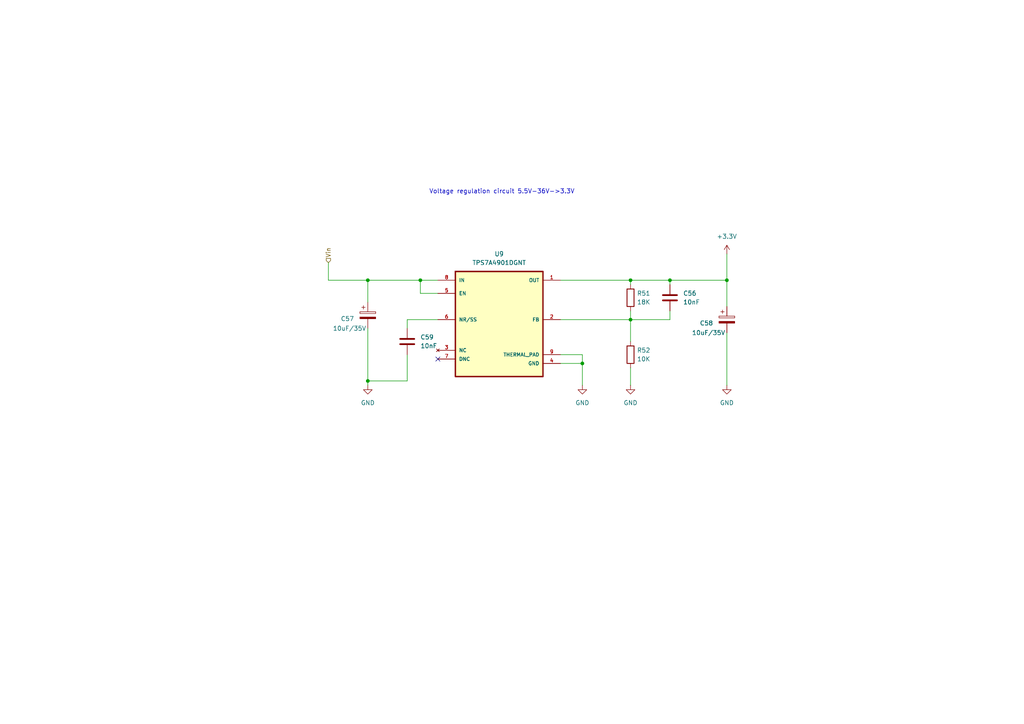
<source format=kicad_sch>
(kicad_sch (version 20231120) (generator "eeschema") (generator_version "8.0")
  (paper "A4")
  (lib_symbols
    (symbol "Device:C" (pin_numbers hide) (pin_names (offset 0.254))
      (property "Reference" "C" (at 0.635 2.54 0))
      (property "Value" "C" (at 0.635 -2.54 0))
      (symbol "C_0_1"
        (polyline (pts (xy -2.032 -0.762) (xy 2.032 -0.762)) (stroke (width 0.508)))
        (polyline (pts (xy -2.032 0.762) (xy 2.032 0.762)) (stroke (width 0.508)))
      )
      (symbol "C_1_1"
        (pin passive line (at 0 3.81 270) (length 2.794) (name "~") (number "1"))
        (pin passive line (at 0 -3.81 90) (length 2.794) (name "~") (number "2"))
      )
    )
    (symbol "Device:C_Polarized" (pin_numbers hide) (pin_names (offset 0.254))
      (property "Reference" "C" (at 0.635 2.54 0))
      (property "Value" "C_Polarized" (at 0.635 -2.54 0))
      (symbol "C_Polarized_0_1"
        (rectangle (start -2.286 0.508) (end 2.286 1.016))
        (polyline (pts (xy -1.778 2.286) (xy -0.762 2.286)))
        (polyline (pts (xy -1.27 2.794) (xy -1.27 1.778)))
        (rectangle (start 2.286 -0.508) (end -2.286 -1.016) (fill (type outline)))
      )
      (symbol "C_Polarized_1_1"
        (pin passive line (at 0 3.81 270) (length 2.794) (name "~") (number "1"))
        (pin passive line (at 0 -3.81 90) (length 2.794) (name "~") (number "2"))
      )
    )
    (symbol "Device:R" (pin_numbers hide) (pin_names (offset 0))
      (property "Reference" "R" (at 2.032 0 90))
      (property "Value" "R" (at 0 0 90))
      (symbol "R_0_1"
        (rectangle (start -1.016 -2.54) (end 1.016 2.54) (stroke (width 0.254)))
      )
      (symbol "R_1_1"
        (pin passive line (at 0 3.81 270) (length 1.27) (name "~") (number "1"))
        (pin passive line (at 0 -3.81 90) (length 1.27) (name "~") (number "2"))
      )
    )
    (symbol "GND_1" (power) (pin_numbers hide) (pin_names (offset 0) hide)
      (property "Value" "GND" (at 0 -3.81 0))
      (symbol "GND_1_0_1"
        (polyline (pts (xy 0 0) (xy 0 -1.27) (xy 1.27 -1.27) (xy 0 -2.54) (xy -1.27 -1.27) (xy 0 -1.27)))
      )
      (symbol "GND_1_1_1"
        (pin power_in line (at 0 0 270) (length 0) (name "~") (number "1"))
      )
    )
    (symbol "TPS7A4901DGNT:TPS7A4901DGNT" (pin_names (offset 1.016))
      (property "Reference" "U9" (at 0 20.32 0))
      (property "Value" "TPS7A4901DGNT" (at 0 17.78 0))
      (symbol "TPS7A4901DGNT_0_0"
        (rectangle (start -12.7 -15.24) (end 12.7 15.24) (stroke (width 0.41)) (fill (type background)))
        (pin output line (at 17.78 12.7 180) (length 5.08) (name "OUT") (number "1"))
        (pin input line (at 17.78 1.27 180) (length 5.08) (name "FB") (number "2"))
        (pin power_in line (at 17.78 -11.43 180) (length 5.08) (name "GND") (number "4"))
        (pin input line (at -17.78 8.89 0) (length 5.08) (name "EN") (number "5"))
        (pin input line (at -17.78 1.27 0) (length 5.08) (name "NR/SS") (number "6"))
        (pin bidirectional line (at -17.78 -10.16 0) (length 5.08) (name "DNC") (number "7"))
        (pin input line (at -17.78 12.7 0) (length 5.08) (name "IN") (number "8"))
        (pin bidirectional line (at 17.78 -8.89 180) (length 5.08) (name "THERMAL_PAD") (number "9"))
      )
      (symbol "TPS7A4901DGNT_1_0"
        (pin no_connect line (at -17.78 -7.62 0) (length 5.08) (name "NC") (number "3"))
      )
    )
    (symbol "power:+3.3V" (power) (pin_names (offset 0))
      (property "Value" "+3.3V" (at 0 3.556 0))
      (symbol "+3.3V_0_1"
        (polyline (pts (xy -0.762 1.27) (xy 0 2.54)))
        (polyline (pts (xy 0 0) (xy 0 2.54)))
        (polyline (pts (xy 0 2.54) (xy 0.762 1.27)))
      )
      (symbol "+3.3V_1_1"
        (pin power_in line (at 0 0 90) (length 0) hide (name "+3.3V") (number "1"))
      )
    )
  )
  (junction (at 210.82 81.28))
  (junction (at 121.92 81.28))
  (junction (at 194.31 81.28))
  (junction (at 182.88 81.28))
  (junction (at 168.91 105.41))
  (junction (at 106.68 81.28))
  (junction (at 106.68 110.49))
  (junction (at 182.88 92.71))
  (no_connect (at 127 104.14))
  (wire (pts (xy 118.11 92.71) (xy 118.11 95.25)))
  (wire (pts (xy 118.11 102.87) (xy 118.11 110.49)))
  (wire (pts (xy 162.56 81.28) (xy 182.88 81.28)))
  (wire (pts (xy 106.68 81.28) (xy 106.68 87.63)))
  (wire (pts (xy 210.82 81.28) (xy 194.31 81.28)))
  (wire (pts (xy 194.31 81.28) (xy 182.88 81.28)))
  (wire (pts (xy 182.88 92.71) (xy 182.88 99.06)))
  (wire (pts (xy 162.56 92.71) (xy 182.88 92.71)))
  (wire (pts (xy 121.92 81.28) (xy 106.68 81.28)))
  (wire (pts (xy 162.56 105.41) (xy 168.91 105.41)))
  (wire (pts (xy 194.31 82.55) (xy 194.31 81.28)))
  (wire (pts (xy 182.88 106.68) (xy 182.88 111.76)))
  (wire (pts (xy 194.31 92.71) (xy 182.88 92.71)))
  (wire (pts (xy 95.25 81.28) (xy 95.25 76.2)))
  (wire (pts (xy 106.68 95.25) (xy 106.68 110.49)))
  (wire (pts (xy 118.11 110.49) (xy 106.68 110.49)))
  (wire (pts (xy 127 81.28) (xy 121.92 81.28)))
  (wire (pts (xy 168.91 111.76) (xy 168.91 105.41)))
  (wire (pts (xy 210.82 81.28) (xy 210.82 88.9)))
  (wire (pts (xy 210.82 73.66) (xy 210.82 81.28)))
  (wire (pts (xy 194.31 90.17) (xy 194.31 92.71)))
  (wire (pts (xy 168.91 102.87) (xy 162.56 102.87)))
  (wire (pts (xy 106.68 110.49) (xy 106.68 111.76)))
  (wire (pts (xy 210.82 96.52) (xy 210.82 111.76)))
  (wire (pts (xy 168.91 102.87) (xy 168.91 105.41)))
  (wire (pts (xy 182.88 92.71) (xy 182.88 90.17)))
  (wire (pts (xy 127 92.71) (xy 118.11 92.71)))
  (wire (pts (xy 182.88 81.28) (xy 182.88 82.55)))
  (wire (pts (xy 95.25 81.28) (xy 106.68 81.28)))
  (wire (pts (xy 127 85.09) (xy 121.92 85.09)))
  (wire (pts (xy 121.92 85.09) (xy 121.92 81.28)))
  (text "Voltage regulation circuit 5.5V-36V->3.3V" (at 124.46 56.388 0) (effects (font (size 1.27 1.27)) (justify left bottom)))
  (hierarchical_label "Vin" (shape input) (at 95.25 76.2 90))
  (symbol (lib_name "GND_1") (lib_id "power:GND") (at 210.82 111.76 0) (mirror y) (unit 1)
    (property "Reference" "#PWR096" (effects (hide yes)))
    (property "Value" "GND" (at 210.82 116.84 0))
    (property "Description" "Power symbol creates a global label with name \"GND\" , ground" (effects (hide yes)))
  )
  (symbol (lib_name "GND_1") (lib_id "power:GND") (at 106.68 111.76 0) (mirror y) (unit 1)
    (property "Reference" "#PWR093" (effects (hide yes)))
    (property "Value" "GND" (at 106.68 116.84 0))
    (property "Description" "Power symbol creates a global label with name \"GND\" , ground" (effects (hide yes)))
  )
  (symbol (lib_id "Device:R") (at 182.88 86.36 0) (unit 1)
    (property "Reference" "R51" (at 186.69 85.09 0))
    (property "Value" "18K" (at 186.69 87.63 0))
    (property "Footprint" "Resistor_SMD:R_0603_1608Metric" (effects (hide yes)))
    (property "Description" "RES 18K OHM 5% 1/10W 0603" (effects (hide yes)))
    (property "DIGIKEY" "11-18KGRTR-ND" (effects (hide yes)))
    (property "DigiKey" "11-18KGRTR-ND" (effects (hide yes)))
  )
  (symbol (lib_id "Device:C") (at 194.31 86.36 0) (unit 1)
    (property "Reference" "C56" (at 198.12 85.0899 0) (effects (justify left)))
    (property "Value" "10nF" (at 198.12 87.6299 0) (effects (justify left)))
    (property "Footprint" "Capacitor_SMD:C_0603_1608Metric" (effects (hide yes)))
    (property "Description" "CAP CER 0603 10NF 16V X7R 10%" (effects (hide yes)))
    (property "DIGIKEY" "  399-C0603C103K4RECTUTR-ND" (effects (hide yes)))
    (property "DigiKey" "  399-C0603C103K4RECTUTR-ND" (effects (hide yes)))
  )
  (symbol (lib_id "Device:C_Polarized") (at 106.68 91.44 0) (unit 1)
    (property "Reference" "C57" (at 98.806 92.456 0) (effects (justify left)))
    (property "Value" "10uF/35V" (at 96.52 95.25 0) (effects (justify left)))
    (property "Footprint" "Capacitor_SMD:CP_Elec_5x5.4" (effects (hide yes)))
    (property "Description" "10 µF 35 V Aluminum Electrolytic Capacitors Radial, Can - SMD 5000 Hrs @ 105°C" (effects (hide yes)))
    (property "DIGIKEY" "  732-8295-2-ND" (effects (hide yes)))
    (property "DigiKey" "  732-8295-2-ND" (effects (hide yes)))
  )
  (symbol (lib_id "TPS7A4901DGNT:TPS7A4901DGNT") (at 144.78 93.98 0) (unit 1)
    (property "Reference" "U9" (at 144.78 73.66 0))
    (property "Value" "TPS7A4901DGNT" (at 144.78 76.2 0))
    (property "Footprint" "footprints:SOP65P490X110-9N" (effects (hide yes)))
    (property "Description" "Linear Voltage Regulator IC Positive Adjustable 1 Output 150mA 8-HVSSOP" (effects (hide yes)))
    (property "DIGIKEY" "TPS7A4901DGNT" (effects (hide yes)))
    (property "DigiKey" "TPS7A4901DGNT" (effects (hide yes)))
  )
  (symbol (lib_id "Device:R") (at 182.88 102.87 0) (unit 1)
    (property "Reference" "R52" (at 186.69 101.6 0))
    (property "Value" "10K" (at 186.69 104.14 0))
    (property "Footprint" "Resistor_SMD:R_0603_1608Metric" (effects (hide yes)))
    (property "Description" "10 kOhms ±5% 0.1W, 1/10W Chip Resistor 0603 (1608 Metric) Automotive AEC-Q200 Thick Film" (effects (hide yes)))
    (property "DIGIKEY" "  311-10.0KHRTR-ND" (effects (hide yes)))
    (property "DigiKey" "  311-10.0KHRTR-ND" (effects (hide yes)))
  )
  (symbol (lib_id "Device:C_Polarized") (at 210.82 92.71 0) (unit 1)
    (property "Reference" "C58" (at 202.946 93.726 0) (effects (justify left)))
    (property "Value" "10uF/35V" (at 200.66 96.52 0) (effects (justify left)))
    (property "Footprint" "Capacitor_SMD:CP_Elec_5x5.4" (effects (hide yes)))
    (property "Description" "10 µF 35 V Aluminum Electrolytic Capacitors Radial, Can - SMD 5000 Hrs @ 105°C" (effects (hide yes)))
    (property "DIGIKEY" "  732-8295-2-ND" (effects (hide yes)))
    (property "DigiKey" "  732-8295-2-ND" (effects (hide yes)))
  )
  (symbol (lib_name "GND_1") (lib_id "power:GND") (at 168.91 111.76 0) (unit 1)
    (property "Reference" "#PWR094" (effects (hide yes)))
    (property "Value" "GND" (at 168.91 116.84 0))
    (property "Description" "Power symbol creates a global label with name \"GND\" , ground" (effects (hide yes)))
  )
  (symbol (lib_id "power:+3.3V") (at 210.82 73.66 0) (unit 1)
    (property "Reference" "#PWR092" (effects (hide yes)))
    (property "Value" "+3.3V" (at 210.82 68.58 0))
  )
  (symbol (lib_id "Device:C") (at 118.11 99.06 0) (unit 1)
    (property "Reference" "C59" (at 121.92 97.7899 0) (effects (justify left)))
    (property "Value" "10nF" (at 121.92 100.3299 0) (effects (justify left)))
    (property "Footprint" "Capacitor_SMD:C_0603_1608Metric" (effects (hide yes)))
    (property "Description" "CAP CER 0603 10NF 16V X7R 10%" (effects (hide yes)))
    (property "DIGIKEY" "  399-C0603C103K4RECTUTR-ND" (effects (hide yes)))
    (property "DigiKey" "  399-C0603C103K4RECTUTR-ND" (effects (hide yes)))
  )
  (symbol (lib_name "GND_1") (lib_id "power:GND") (at 182.88 111.76 0) (unit 1)
    (property "Reference" "#PWR095" (effects (hide yes)))
    (property "Value" "GND" (at 182.88 116.84 0))
    (property "Description" "Power symbol creates a global label with name \"GND\" , ground" (effects (hide yes)))
  )
)
</source>
